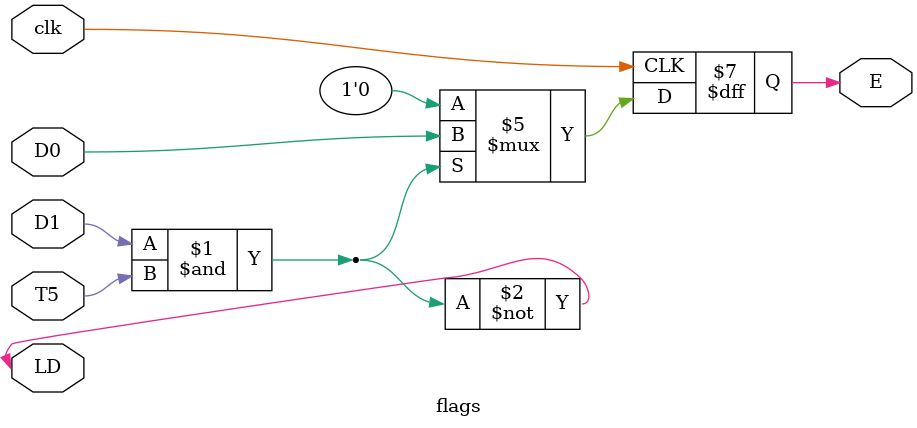
<source format=v>
`timescale 1ns / 1ps

module flags(
        input clk, D0,
        output reg E,
        input D1, T5,
        inout LD
    );
        assign LD = ~(D1&T5);
        always@(posedge clk)
           if (LD)
               E <= 0;
           else
               E <= D0;
endmodule
</source>
